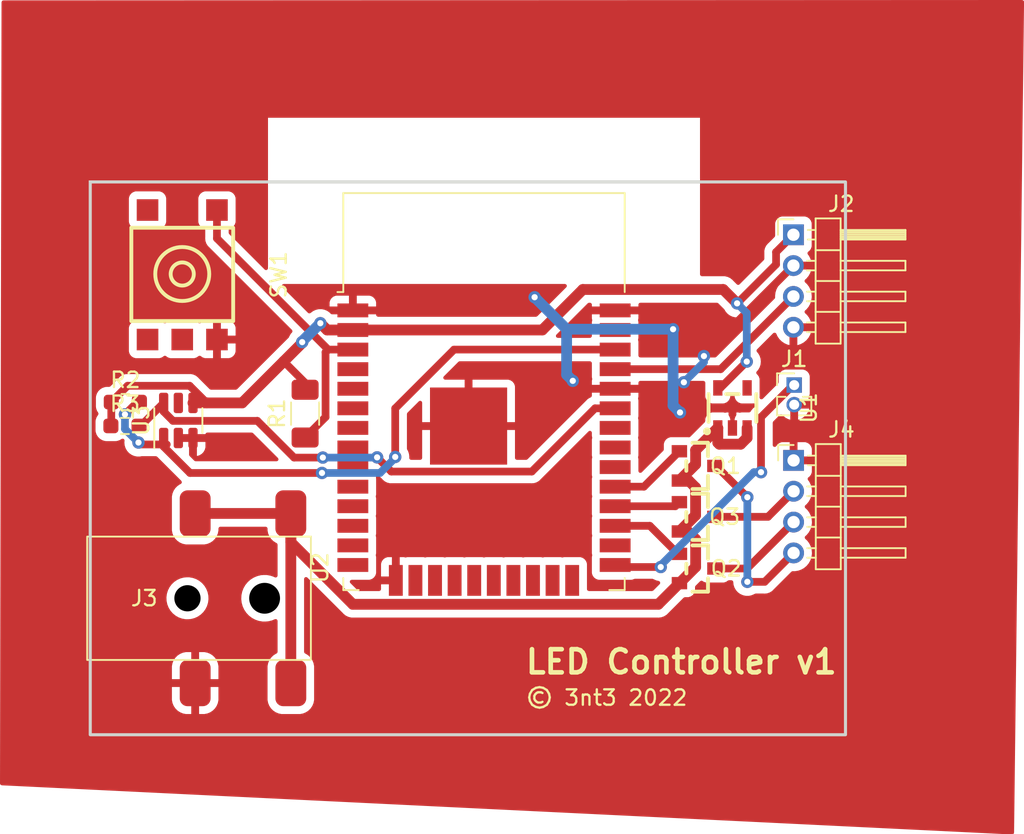
<source format=kicad_pcb>
(kicad_pcb (version 20211014) (generator pcbnew)
  (layers (0 "F.Cu" signal) (31 "B.Cu" signal) (34 "B.Paste" user) (35 "F.Paste" user) (36 "B.SilkS" user "B.Silkscreen") (37 "F.SilkS" user "F.Silkscreen") (38 "B.Mask" user) (39 "F.Mask" user) (44 "Edge.Cuts" user))
  (net 0 "")
  (net 1 "GND")
  (net 2 "+5V")
  (net 3 "Net-(J4-Pad2)")
  (net 4 "Net-(J4-Pad3)")
  (net 5 "Net-(J4-Pad4)")
  (net 6 "EN")
  (net 7 "+3V3")
  (net 26 "RED_CHANNEL")
  (net 28 "IO0{slash}BOOT")
  (net 30 "GREEN_CHANNEL")
  (net 31 "BLUE_CHANNEL")
  (net 35 "TX")
  (net 36 "SDA")
  (net 39 "SCL")
  (footprint "easyeda2kicad:SOT-23-5_L3.0-W1.7-P0.95-LS2.8-BR" (layer "F.Cu") (at 142.7988 97.2312 -90)
    (fp_text reference "U1" (at 0 -4.95 90) (layer "F.SilkS"))
    (fp_text value "SPX3819M5-L-3-3_TR")
    (fp_line (start -0.9 1.55) (end 0.9 1.55) (layer "F.SilkS") (width 0.25))
    (fp_line (start -0.9 0.4) (end -0.9 -0.4) (layer "F.SilkS") (width 0.25))
    (fp_line (start -0.9 -1.55) (end 0.9 -1.55) (layer "F.SilkS") (width 0.25))
    (fp_circle (center 1.52 1.65) (end 1.65 1.65) (layer "F.SilkS") (width 0.25) (fill none))
    (pad "1" smd rect locked (at 1.3 0.95 270) (size 1 0.6) (layers "F.Cu" "F.Paste" "F.Mask") (net 2 "+5V"))
    (pad "2" smd rect locked (at 1.3 0 270) (size 1 0.6) (layers "F.Cu" "F.Paste" "F.Mask") (net 1 "GND"))
    (pad "3" smd rect locked (at 1.3 -0.95 270) (size 1 0.6) (layers "F.Cu" "F.Paste" "F.Mask") (net 2 "+5V"))
    (pad "4" smd rect locked (at -1.3 -0.95 270) (size 1 0.6) (layers "F.Cu" "F.Paste" "F.Mask"))
    (pad "5" smd rect locked (at -1.3 0.95 270) (size 1 0.6) (layers "F.Cu" "F.Paste" "F.Mask") (net 7 "+3V3"))
  )
  (footprint "RF_Module:ESP32-WROOM-32" (layer "F.Cu") (at 126.6952 99.1616)
    (fp_text reference "U2" (at -10.61 8.43 90) (layer "F.SilkS"))
    (fp_text value "ESP32-WROOM-32")
    (fp_line (start -9.12 9.1) (end -9.12 9.88) (layer "F.SilkS") (width 0.12))
    (fp_line (start 9.12 9.1) (end 9.12 9.88) (layer "F.SilkS") (width 0.12))
    (fp_line (start -9.12 -15.865) (end -9.12 -9.445) (layer "F.SilkS") (width 0.12))
    (fp_line (start -9.12 -9.445) (end -9.5 -9.445) (layer "F.SilkS") (width 0.12))
    (fp_line (start -9.12 9.88) (end -8.12 9.88) (layer "F.SilkS") (width 0.12))
    (fp_line (start 9.12 -15.865) (end 9.12 -9.445) (layer "F.SilkS") (width 0.12))
    (fp_line (start 9.12 9.88) (end 8.12 9.88) (layer "F.SilkS") (width 0.12))
    (fp_line (start -9.12 -15.865) (end 9.12 -15.865) (layer "F.SilkS") (width 0.12))
    (pad "1" smd rect (at -8.5 -8.255) (size 2 0.9) (layers "F.Cu" "F.Paste" "F.Mask") (net 1 "GND"))
    (pad "2" smd rect (at -8.5 -6.985) (size 2 0.9) (layers "F.Cu" "F.Paste" "F.Mask") (net 7 "+3V3"))
    (pad "3" smd rect (at -8.5 -5.715) (size 2 0.9) (layers "F.Cu" "F.Paste" "F.Mask") (net 6 "EN"))
    (pad "4" smd rect (at -8.5 -4.445) (size 2 0.9) (layers "F.Cu" "F.Paste" "F.Mask"))
    (pad "5" smd rect (at -8.5 -3.175) (size 2 0.9) (layers "F.Cu" "F.Paste" "F.Mask"))
    (pad "6" smd rect (at -8.5 -1.905) (size 2 0.9) (layers "F.Cu" "F.Paste" "F.Mask"))
    (pad "7" smd rect (at -8.5 -0.635) (size 2 0.9) (layers "F.Cu" "F.Paste" "F.Mask"))
    (pad "8" smd rect (at -8.5 0.635) (size 2 0.9) (layers "F.Cu" "F.Paste" "F.Mask"))
    (pad "9" smd rect (at -8.5 1.905) (size 2 0.9) (layers "F.Cu" "F.Paste" "F.Mask"))
    (pad "10" smd rect (at -8.5 3.175) (size 2 0.9) (layers "F.Cu" "F.Paste" "F.Mask"))
    (pad "11" smd rect (at -8.5 4.445) (size 2 0.9) (layers "F.Cu" "F.Paste" "F.Mask"))
    (pad "12" smd rect (at -8.5 5.715) (size 2 0.9) (layers "F.Cu" "F.Paste" "F.Mask"))
    (pad "13" smd rect (at -8.5 6.985) (size 2 0.9) (layers "F.Cu" "F.Paste" "F.Mask"))
    (pad "14" smd rect (at -8.5 8.255) (size 2 0.9) (layers "F.Cu" "F.Paste" "F.Mask"))
    (pad "15" smd rect (at -5.715 9.255 90) (size 2 0.9) (layers "F.Cu" "F.Paste" "F.Mask") (net 1 "GND"))
    (pad "16" smd rect (at -4.445 9.255 90) (size 2 0.9) (layers "F.Cu" "F.Paste" "F.Mask"))
    (pad "17" smd rect (at -3.175 9.255 90) (size 2 0.9) (layers "F.Cu" "F.Paste" "F.Mask"))
    (pad "18" smd rect (at -1.905 9.255 90) (size 2 0.9) (layers "F.Cu" "F.Paste" "F.Mask"))
    (pad "19" smd rect (at -0.635 9.255 90) (size 2 0.9) (layers "F.Cu" "F.Paste" "F.Mask"))
    (pad "20" smd rect (at 0.635 9.255 90) (size 2 0.9) (layers "F.Cu" "F.Paste" "F.Mask"))
    (pad "21" smd rect (at 1.905 9.255 90) (size 2 0.9) (layers "F.Cu" "F.Paste" "F.Mask"))
    (pad "22" smd rect (at 3.175 9.255 90) (size 2 0.9) (layers "F.Cu" "F.Paste" "F.Mask"))
    (pad "23" smd rect (at 4.445 9.255 90) (size 2 0.9) (layers "F.Cu" "F.Paste" "F.Mask"))
    (pad "24" smd rect (at 5.715 9.255 90) (size 2 0.9) (layers "F.Cu" "F.Paste" "F.Mask"))
    (pad "25" smd rect (at 8.5 8.255) (size 2 0.9) (layers "F.Cu" "F.Paste" "F.Mask") (net 28 "IO0{slash}BOOT"))
    (pad "26" smd rect (at 8.5 6.985) (size 2 0.9) (layers "F.Cu" "F.Paste" "F.Mask"))
    (pad "27" smd rect (at 8.5 5.715) (size 2 0.9) (layers "F.Cu" "F.Paste" "F.Mask") (net 30 "GREEN_CHANNEL"))
    (pad "28" smd rect (at 8.5 4.445) (size 2 0.9) (layers "F.Cu" "F.Paste" "F.Mask") (net 31 "BLUE_CHANNEL"))
    (pad "29" smd rect (at 8.5 3.175) (size 2 0.9) (layers "F.Cu" "F.Paste" "F.Mask") (net 26 "RED_CHANNEL"))
    (pad "30" smd rect (at 8.5 1.905) (size 2 0.9) (layers "F.Cu" "F.Paste" "F.Mask"))
    (pad "31" smd rect (at 8.5 0.635) (size 2 0.9) (layers "F.Cu" "F.Paste" "F.Mask"))
    (pad "32" smd rect (at 8.5 -0.635) (size 2 0.9) (layers "F.Cu" "F.Paste" "F.Mask"))
    (pad "33" smd rect (at 8.5 -1.905) (size 2 0.9) (layers "F.Cu" "F.Paste" "F.Mask") (net 36 "SDA"))
    (pad "34" smd rect (at 8.5 -3.175) (size 2 0.9) (layers "F.Cu" "F.Paste" "F.Mask") (net 1 "GND"))
    (pad "35" smd rect (at 8.5 -4.445) (size 2 0.9) (layers "F.Cu" "F.Paste" "F.Mask") (net 35 "TX"))
    (pad "36" smd rect (at 8.5 -5.715) (size 2 0.9) (layers "F.Cu" "F.Paste" "F.Mask") (net 39 "SCL"))
    (pad "37" smd rect (at 8.5 -6.985) (size 2 0.9) (layers "F.Cu" "F.Paste" "F.Mask"))
    (pad "38" smd rect (at 8.5 -8.255) (size 2 0.9) (layers "F.Cu" "F.Paste" "F.Mask") (net 1 "GND"))
    (pad "39" smd rect (at -1 -0.755) (size 5 5) (layers "F.Cu" "F.Paste" "F.Mask") (net 1 "GND"))
    (zone (net 0) (net_name "") (layers *.Cu) (connect_pads (clearance 0)) (min_thickness 0.254)
      (keepout (tracks not_allowed) (vias not_allowed) (pads not_allowed) (copperpour not_allowed) (footprints not_allowed))
      (fill (thermal_gap 0.508) (thermal_bridge_width 0.508))
      (polygon (pts (xy 112.6952 89.1916) (xy 140.6952 89.1916) (xy 140.6952 78.4116) (xy 112.6952 78.4116)))
    )
  )
  (footprint "easyeda2kicad:SOT-23_L2.9-W1.3-P1.90-LS2.4-BR" (layer "F.Cu") (at 140.5096 104.2924 180)
    (fp_text reference "Q3" (at -1.7812 0) (layer "F.SilkS"))
    (fp_text value "ME2306A")
    (fp_line (start -0.7 1.5) (end 0.3 1.5) (layer "F.SilkS") (width 0.25))
    (fp_line (start -0.7 -1.5) (end 0.3 -1.5) (layer "F.SilkS") (width 0.25))
    (fp_line (start -0.7 1.5) (end -0.7 0.63) (layer "F.SilkS") (width 0.25))
    (fp_line (start 0.7 0.31) (end 0.7 -0.32) (layer "F.SilkS") (width 0.25))
    (fp_line (start -0.7 -0.64) (end -0.7 -1.5) (layer "F.SilkS") (width 0.25))
    (pad "1" smd rect locked (at 1.15 0.95) (size 1 0.8) (layers "F.Cu" "F.Paste" "F.Mask") (net 31 "BLUE_CHANNEL"))
    (pad "2" smd rect locked (at 1.15 -0.95) (size 1 0.8) (layers "F.Cu" "F.Paste" "F.Mask") (net 2 "+5V"))
    (pad "3" smd rect locked (at -1.15 0) (size 1 0.8) (layers "F.Cu" "F.Paste" "F.Mask") (net 3 "Net-(J4-Pad2)"))
  )
  (footprint "easyeda2kicad:KEY-SMD_4P-L6.2-W6.5-P4.50-LS8.0_SKHMXX" (layer "F.Cu") (at 107.1372 88.5952 -90)
    (fp_text reference "SW1" (at 0 -6.25 90) (layer "F.SilkS"))
    (fp_text value "SW_Push")
    (fp_line (start -3.05 3.3) (end -3.05 -3.3) (layer "F.SilkS") (width 0.25))
    (fp_line (start 3 -3.3) (end 3 3.3) (layer "F.SilkS") (width 0.25))
    (fp_line (start 3 3.3) (end -3.05 3.3) (layer "F.SilkS") (width 0.25))
    (fp_line (start -3 -3.3) (end 3 -3.3) (layer "F.SilkS") (width 0.25))
    (fp_circle (center -0.05 0) (end 0.7 0) (layer "F.SilkS") (width 0.25) (fill none))
    (fp_circle (center -0.05 0) (end 1.7 0) (layer "F.SilkS") (width 0.25) (fill none))
    (pad "1" smd rect locked (at -4.2 -2.25 270) (size 1.4 1.4) (layers "F.Cu" "F.Paste" "F.Mask") (net 6 "EN"))
    (pad "2" smd rect locked (at 4.2 -2.25 270) (size 1.4 1.4) (layers "F.Cu" "F.Paste" "F.Mask") (net 1 "GND"))
    (pad "3" smd rect locked (at -4.2 2.25 270) (size 1.4 1.4) (layers "F.Cu" "F.Paste" "F.Mask"))
    (pad "4" smd rect locked (at 4.2 2.25 270) (size 1.4 1.4) (layers "F.Cu" "F.Paste" "F.Mask"))
    (pad "5" smd rect locked (at 4.2 0 270) (size 1.4 1.4) (layers "F.Cu" "F.Paste" "F.Mask"))
  )
  (footprint "Connector_PinHeader_2.00mm:PinHeader_1x04_P2.00mm_Horizontal" (layer "F.Cu") (at 146.7612 100.6348)
    (fp_text reference "J4" (at 3.1 -2) (layer "F.SilkS"))
    (fp_text value "Conn_01x04_Male")
    (fp_line (start 3.06 -0.01) (end 7.26 -0.01) (layer "F.SilkS") (width 0.12))
    (fp_line (start 3.06 0.23) (end 7.26 0.23) (layer "F.SilkS") (width 0.12))
    (fp_line (start 3.06 -0.25) (end 7.26 -0.25) (layer "F.SilkS") (width 0.12))
    (fp_line (start 3.06 -0.31) (end 7.26 -0.31) (layer "F.SilkS") (width 0.12))
    (fp_line (start 0.882114 6.31) (end 1.44 6.31) (layer "F.SilkS") (width 0.12))
    (fp_line (start 3.06 -1.06) (end 1.44 -1.06) (layer "F.SilkS") (width 0.12))
    (fp_line (start 1.44 5) (end 3.06 5) (layer "F.SilkS") (width 0.12))
    (fp_line (start 0.882114 2.31) (end 1.44 2.31) (layer "F.SilkS") (width 0.12))
    (fp_line (start 7.26 4.31) (end 3.06 4.31) (layer "F.SilkS") (width 0.12))
    (fp_line (start -1 0) (end -1 -1) (layer "F.SilkS") (width 0.12))
    (fp_line (start 7.26 0.31) (end 3.06 0.31) (layer "F.SilkS") (width 0.12))
    (fp_line (start 7.26 5.69) (end 7.26 6.31) (layer "F.SilkS") (width 0.12))
    (fp_line (start 0.882114 5.69) (end 1.44 5.69) (layer "F.SilkS") (width 0.12))
    (fp_line (start 3.06 7.06) (end 3.06 -1.06) (layer "F.SilkS") (width 0.12))
    (fp_line (start 3.06 0.11) (end 7.26 0.11) (layer "F.SilkS") (width 0.12))
    (fp_line (start 1.44 -1.06) (end 1.44 7.06) (layer "F.SilkS") (width 0.12))
    (fp_line (start 3.06 -0.13) (end 7.26 -0.13) (layer "F.SilkS") (width 0.12))
    (fp_line (start 7.26 -0.31) (end 7.26 0.31) (layer "F.SilkS") (width 0.12))
    (fp_line (start 0.882114 1.69) (end 1.44 1.69) (layer "F.SilkS") (width 0.12))
    (fp_line (start 0.882114 4.31) (end 1.44 4.31) (layer "F.SilkS") (width 0.12))
    (fp_line (start 1.44 7.06) (end 3.06 7.06) (layer "F.SilkS") (width 0.12))
    (fp_line (start 1.44 1) (end 3.06 1) (layer "F.SilkS") (width 0.12))
    (fp_line (start 3.06 5.69) (end 7.26 5.69) (layer "F.SilkS") (width 0.12))
    (fp_line (start 0.882114 3.69) (end 1.44 3.69) (layer "F.SilkS") (width 0.12))
    (fp_line (start 3.06 3.69) (end 7.26 3.69) (layer "F.SilkS") (width 0.12))
    (fp_line (start 0.935 -0.31) (end 1.44 -0.31) (layer "F.SilkS") (width 0.12))
    (fp_line (start 0.935 0.31) (end 1.44 0.31) (layer "F.SilkS") (width 0.12))
    (fp_line (start 3.06 1.69) (end 7.26 1.69) (layer "F.SilkS") (width 0.12))
    (fp_line (start -1 -1) (end 0 -1) (layer "F.SilkS") (width 0.12))
    (fp_line (start 7.26 1.69) (end 7.26 2.31) (layer "F.SilkS") (width 0.12))
    (fp_line (start 7.26 6.31) (end 3.06 6.31) (layer "F.SilkS") (width 0.12))
    (fp_line (start 7.26 2.31) (end 3.06 2.31) (layer "F.SilkS") (width 0.12))
    (fp_line (start 1.44 3) (end 3.06 3) (layer "F.SilkS") (width 0.12))
    (fp_line (start 7.26 3.69) (end 7.26 4.31) (layer "F.SilkS") (width 0.12))
    (pad "1" thru_hole rect (at 0 0) (size 1.35 1.35) (drill 0.8) (layers *.Cu *.Mask) (net 1 "GND"))
    (pad "2" thru_hole oval (at 0 2) (size 1.35 1.35) (drill 0.8) (layers *.Cu *.Mask) (net 3 "Net-(J4-Pad2)"))
    (pad "3" thru_hole oval (at 0 4) (size 1.35 1.35) (drill 0.8) (layers *.Cu *.Mask) (net 4 "Net-(J4-Pad3)"))
    (pad "4" thru_hole oval (at 0 6) (size 1.35 1.35) (drill 0.8) (layers *.Cu *.Mask) (net 5 "Net-(J4-Pad4)"))
  )
  (footprint "Resistor_SMD:R_0603_1608Metric_Pad0.98x0.95mm_HandSolder" (layer "F.Cu") (at 103.425 98.4)
    (fp_text reference "R3" (at 0 -1.43) (layer "F.SilkS"))
    (fp_text value "5K1")
    (fp_line (start -0.254724 -0.5225) (end 0.254724 -0.5225) (layer "F.SilkS") (width 0.12))
    (fp_line (start -0.254724 0.5225) (end 0.254724 0.5225) (layer "F.SilkS") (width 0.12))
    (pad "1" smd roundrect (at -0.9125 0) (size 0.975 0.95) (layers "F.Cu" "F.Paste" "F.Mask") (net 7 "+3V3"))
    (pad "2" smd roundrect (at 0.9125 0) (size 0.975 0.95) (layers "F.Cu" "F.Paste" "F.Mask") (net 36 "SDA"))
  )
  (footprint "easyeda2kicad:SOT-23_L2.9-W1.3-P1.90-LS2.4-BR" (layer "F.Cu") (at 140.5128 107.6452 180)
    (fp_text reference "Q2" (at -1.8796 0) (layer "F.SilkS"))
    (fp_text value "ME2306A")
    (fp_line (start -0.7 -1.5) (end 0.3 -1.5) (layer "F.SilkS") (width 0.25))
    (fp_line (start 0.7 0.31) (end 0.7 -0.32) (layer "F.SilkS") (width 0.25))
    (fp_line (start -0.7 1.5) (end 0.3 1.5) (layer "F.SilkS") (width 0.25))
    (fp_line (start -0.7 1.5) (end -0.7 0.63) (layer "F.SilkS") (width 0.25))
    (fp_line (start -0.7 -0.64) (end -0.7 -1.5) (layer "F.SilkS") (width 0.25))
    (pad "1" smd rect locked (at 1.15 0.95) (size 1 0.8) (layers "F.Cu" "F.Paste" "F.Mask") (net 30 "GREEN_CHANNEL"))
    (pad "2" smd rect locked (at 1.15 -0.95) (size 1 0.8) (layers "F.Cu" "F.Paste" "F.Mask") (net 2 "+5V"))
    (pad "3" smd rect locked (at -1.15 0) (size 1 0.8) (layers "F.Cu" "F.Paste" "F.Mask") (net 4 "Net-(J4-Pad3)"))
  )
  (footprint "Library:DEALON DC-S050-200" (layer "F.Cu") (at 107.975 109.575)
    (fp_text reference "J3" (at -3.3 0 unlocked) (layer "F.SilkS"))
    (fp_text value "Barrel_Jack")
    (fp_rect (start 7.5 -4) (end -7 4) (layer "F.SilkS") (width 0.12) (fill none))
    (pad "" np_thru_hole circle (at -0.5 0) (size 1.7 1.7) (drill 1.7) (layers *.Mask))
    (pad "" np_thru_hole circle (at 4.5 0) (size 2 2) (drill 2) (layers *.Mask))
    (pad "1" smd roundrect (at 0 5.5) (size 2 3) (layers "F.Cu" "F.Paste" "F.Mask") (net 1 "GND"))
    (pad "2" smd roundrect (at 6.2 5.5) (size 2 3) (layers "F.Cu" "F.Paste" "F.Mask") (net 2 "+5V"))
    (pad "2" smd roundrect (at 6.2 -5.5) (size 2 3) (layers "F.Cu" "F.Paste" "F.Mask") (net 2 "+5V"))
    (pad "2" smd roundrect (at 0 -5.5) (size 2 3) (layers "F.Cu" "F.Paste" "F.Mask") (net 2 "+5V"))
  )
  (footprint "easyeda2kicad:SOT-23_L2.9-W1.3-P1.90-LS2.4-BR" (layer "F.Cu") (at 140.5096 100.9904 180)
    (fp_text reference "Q1" (at -1.832 0) (layer "F.SilkS"))
    (fp_text value "ME2306A")
    (fp_line (start 0.7 0.31) (end 0.7 -0.32) (layer "F.SilkS") (width 0.25))
    (fp_line (start -0.7 1.5) (end -0.7 0.63) (layer "F.SilkS") (width 0.25))
    (fp_line (start -0.7 -0.64) (end -0.7 -1.5) (layer "F.SilkS") (width 0.25))
    (fp_line (start -0.7 -1.5) (end 0.3 -1.5) (layer "F.SilkS") (width 0.25))
    (fp_line (start -0.7 1.5) (end 0.3 1.5) (layer "F.SilkS") (width 0.25))
    (pad "1" smd rect locked (at 1.15 0.95) (size 1 0.8) (layers "F.Cu" "F.Paste" "F.Mask") (net 26 "RED_CHANNEL"))
    (pad "2" smd rect locked (at 1.15 -0.95) (size 1 0.8) (layers "F.Cu" "F.Paste" "F.Mask") (net 2 "+5V"))
    (pad "3" smd rect locked (at -1.15 0) (size 1 0.8) (layers "F.Cu" "F.Paste" "F.Mask") (net 5 "Net-(J4-Pad4)"))
  )
  (footprint "Resistor_SMD:R_1206_3216Metric_Pad1.30x1.75mm_HandSolder" (layer "F.Cu") (at 115.1 97.6 90)
    (fp_text reference "R1" (at 0 -1.82 90) (layer "F.SilkS"))
    (fp_text value "5.1k")
    (fp_line (start -0.727064 -0.91) (end 0.727064 -0.91) (layer "F.SilkS") (width 0.12))
    (fp_line (start -0.727064 0.91) (end 0.727064 0.91) (layer "F.SilkS") (width 0.12))
    (pad "1" smd roundrect (at -1.55 0 90) (size 1.3 1.75) (layers "F.Cu" "F.Paste" "F.Mask") (roundrect_rratio 0.192308) (net 6 "EN"))
    (pad "2" smd roundrect (at 1.55 0 90) (size 1.3 1.75) (layers "F.Cu" "F.Paste" "F.Mask") (roundrect_rratio 0.192308) (net 7 "+3V3"))
  )
  (footprint "Resistor_SMD:R_0603_1608Metric_Pad0.98x0.95mm_HandSolder" (layer "F.Cu") (at 103.45 96.85)
    (fp_text reference "R2" (at 0 -1.43) (layer "F.SilkS"))
    (fp_text value "5K1")
    (fp_line (start -0.254724 -0.5225) (end 0.254724 -0.5225) (layer "F.SilkS") (width 0.12))
    (fp_line (start -0.254724 0.5225) (end 0.254724 0.5225) (layer "F.SilkS") (width 0.12))
    (pad "1" smd roundrect (at -0.9125 0) (size 0.975 0.95) (layers "F.Cu" "F.Paste" "F.Mask") (net 7 "+3V3"))
    (pad "2" smd roundrect (at 0.9125 0) (size 0.975 0.95) (layers "F.Cu" "F.Paste" "F.Mask") (net 39 "SCL"))
  )
  (footprint "Connector_PinHeader_1.27mm:PinHeader_1x02_P1.27mm_Vertical" (layer "F.Cu") (at 146.8 95.75)
    (fp_text reference "J1" (at 0 -1.695) (layer "F.SilkS"))
    (fp_text value "Conn_01x02_Female")
    (fp_line (start -1.11 0.76) (end -0.563471 0.76) (layer "F.SilkS") (width 0.12))
    (fp_line (start -1.11 -0.76) (end 0 -0.76) (layer "F.SilkS") (width 0.12))
    (fp_line (start -1.11 0.76) (end -1.11 1.965) (layer "F.SilkS") (width 0.12))
    (fp_line (start 1.11 0.76) (end 1.11 1.965) (layer "F.SilkS") (width 0.12))
    (fp_line (start -1.11 1.965) (end -0.30753 1.965) (layer "F.SilkS") (width 0.12))
    (fp_line (start 0.563471 0.76) (end 1.11 0.76) (layer "F.SilkS") (width 0.12))
    (fp_line (start 0.30753 1.965) (end 1.11 1.965) (layer "F.SilkS") (width 0.12))
    (fp_line (start -1.11 0) (end -1.11 -0.76) (layer "F.SilkS") (width 0.12))
    (pad "1" thru_hole rect (at 0 0) (size 1 1) (drill 0.65) (layers *.Cu *.Mask) (net 28 "IO0{slash}BOOT"))
    (pad "2" thru_hole oval (at 0 1.27) (size 1 1) (drill 0.65) (layers *.Cu *.Mask) (net 1 "GND"))
  )
  (footprint "Package_TO_SOT_SMD:SOT-23-6" (layer "F.Cu") (at 106.8832 98.044 90)
    (fp_text reference "U3" (at 0 -2.4 90) (layer "F.SilkS"))
    (fp_text value "TMP100")
    (fp_line (start 0 1.56) (end -0.8 1.56) (layer "F.SilkS") (width 0.12))
    (fp_line (start 0 -1.56) (end 0.8 -1.56) (layer "F.SilkS") (width 0.12))
    (fp_line (start 0 1.56) (end 0.8 1.56) (layer "F.SilkS") (width 0.12))
    (fp_line (start 0 -1.56) (end -1.8 -1.56) (layer "F.SilkS") (width 0.12))
    (pad "1" smd roundrect (at -1.1375 -0.95 90) (size 1.325 0.6) (layers "F.Cu" "F.Paste" "F.Mask") (net 39 "SCL"))
    (pad "2" smd roundrect (at -1.1375 0 90) (size 1.325 0.6) (layers "F.Cu" "F.Paste" "F.Mask") (net 1 "GND"))
    (pad "3" smd roundrect (at -1.1375 0.95 90) (size 1.325 0.6) (layers "F.Cu" "F.Paste" "F.Mask") (net 1 "GND"))
    (pad "4" smd roundrect (at 1.1375 0.95 90) (size 1.325 0.6) (layers "F.Cu" "F.Paste" "F.Mask") (net 7 "+3V3"))
    (pad "5" smd roundrect (at 1.1375 0 90) (size 1.325 0.6) (layers "F.Cu" "F.Paste" "F.Mask") (net 1 "GND"))
    (pad "6" smd roundrect (at 1.1375 -0.95 90) (size 1.325 0.6) (layers "F.Cu" "F.Paste" "F.Mask") (net 36 "SDA"))
  )
  (footprint "Connector_PinHeader_2.00mm:PinHeader_1x04_P2.00mm_Horizontal" (layer "F.Cu") (at 146.75 86)
    (fp_text reference "J2" (at 3.1 -2) (layer "F.SilkS"))
    (fp_text value "Conn_01x04_Female")
    (fp_line (start 1.44 7.06) (end 3.06 7.06) (layer "F.SilkS") (width 0.12))
    (fp_line (start 0.935 0.31) (end 1.44 0.31) (layer "F.SilkS") (width 0.12))
    (fp_line (start 0.882114 6.31) (end 1.44 6.31) (layer "F.SilkS") (width 0.12))
    (fp_line (start 3.06 -1.06) (end 1.44 -1.06) (layer "F.SilkS") (width 0.12))
    (fp_line (start 1.44 3) (end 3.06 3) (layer "F.SilkS") (width 0.12))
    (fp_line (start -1 0) (end -1 -1) (layer "F.SilkS") (width 0.12))
    (fp_line (start 7.26 1.69) (end 7.26 2.31) (layer "F.SilkS") (width 0.12))
    (fp_line (start 3.06 3.69) (end 7.26 3.69) (layer "F.SilkS") (width 0.12))
    (fp_line (start 7.26 2.31) (end 3.06 2.31) (layer "F.SilkS") (width 0.12))
    (fp_line (start 0.935 -0.31) (end 1.44 -0.31) (layer "F.SilkS") (width 0.12))
    (fp_line (start 0.882114 4.31) (end 1.44 4.31) (layer "F.SilkS") (width 0.12))
    (fp_line (start 3.06 -0.31) (end 7.26 -0.31) (layer "F.SilkS") (width 0.12))
    (fp_line (start 7.26 4.31) (end 3.06 4.31) (layer "F.SilkS") (width 0.12))
    (fp_line (start 7.26 6.31) (end 3.06 6.31) (layer "F.SilkS") (width 0.12))
    (fp_line (start 3.06 -0.13) (end 7.26 -0.13) (layer "F.SilkS") (width 0.12))
    (fp_line (start 7.26 0.31) (end 3.06 0.31) (layer "F.SilkS") (width 0.12))
    (fp_line (start 1.44 -1.06) (end 1.44 7.06) (layer "F.SilkS") (width 0.12))
    (fp_line (start 3.06 5.69) (end 7.26 5.69) (layer "F.SilkS") (width 0.12))
    (fp_line (start 3.06 7.06) (end 3.06 -1.06) (layer "F.SilkS") (width 0.12))
    (fp_line (start 3.06 -0.25) (end 7.26 -0.25) (layer "F.SilkS") (width 0.12))
    (fp_line (start 7.26 -0.31) (end 7.26 0.31) (layer "F.SilkS") (width 0.12))
    (fp_line (start -1 -1) (end 0 -1) (layer "F.SilkS") (width 0.12))
    (fp_line (start 3.06 -0.01) (end 7.26 -0.01) (layer "F.SilkS") (width 0.12))
    (fp_line (start 3.06 1.69) (end 7.26 1.69) (layer "F.SilkS") (width 0.12))
    (fp_line (start 7.26 3.69) (end 7.26 4.31) (layer "F.SilkS") (width 0.12))
    (fp_line (start 0.882114 5.69) (end 1.44 5.69) (layer "F.SilkS") (width 0.12))
    (fp_line (start 0.882114 1.69) (end 1.44 1.69) (layer "F.SilkS") (width 0.12))
    (fp_line (start 3.06 0.23) (end 7.26 0.23) (layer "F.SilkS") (width 0.12))
    (fp_line (start 7.26 5.69) (end 7.26 6.31) (layer "F.SilkS") (width 0.12))
    (fp_line (start 0.882114 3.69) (end 1.44 3.69) (layer "F.SilkS") (width 0.12))
    (fp_line (start 3.06 0.11) (end 7.26 0.11) (layer "F.SilkS") (width 0.12))
    (fp_line (start 1.44 5) (end 3.06 5) (layer "F.SilkS") (width 0.12))
    (fp_line (start 0.882114 2.31) (end 1.44 2.31) (layer "F.SilkS") (width 0.12))
    (fp_line (start 1.44 1) (end 3.06 1) (layer "F.SilkS") (width 0.12))
    (pad "1" thru_hole rect (at 0 0) (size 1.35 1.35) (drill 0.8) (layers *.Cu *.Mask) (net 7 "+3V3"))
    (pad "2" thru_hole oval (at 0 2) (size 1.35 1.35) (drill 0.8) (layers *.Cu *.Mask) (net 1 "GND"))
    (pad "3" thru_hole oval (at 0 4) (size 1.35 1.35) (drill 0.8) (layers *.Cu *.Mask) (net 35 "TX"))
    (pad "4" thru_hole oval (at 0 6) (size 1.35 1.35) (drill 0.8) (layers *.Cu *.Mask) (net 1 "GND"))
  )
  (gr_rect (start 101.175 82.575) (end 150.125 118.425) (layer "Edge.Cuts") (width 0.2) (fill none))
  (gr_text "LED Controller v1" (at 129.25 113.7) (layer "F.SilkS") (effects (font (size 1.5 1.5) (thickness 0.3)) (justify left)))
  (gr_text "© 3nt3 2022" (at 134.65 116.025) (layer "F.SilkS") (effects (font (size 1 1))))
  (segment (start 139.2295 95.9866) (end 135.1952 95.9866) (width 0.5) (layer "F.Cu") (net 1))
  (segment (start 139.65 95.5661) (end 139.2295 95.9866) (width 0.5) (layer "F.Cu") (net 1))
  (segment (start 146.75 88) (end 140.95 93.8) (width 0.5) (layer "F.Cu") (net 1))
  (segment (start 140.95 93.8) (end 140.95 93.8671) (width 0.5) (layer "F.Cu") (net 1))
  (via (at 140.95 93.8671) (size 0.8) (drill 0.4) (layers "F.Cu" "B.Cu") (net 1))
  (via (at 139.65 95.5661) (size 0.8) (drill 0.4) (layers "F.Cu" "B.Cu") (net 1))
  (via (at 138.95 92.125) (size 0.8) (drill 0.4) (layers "F.Cu" "B.Cu") (net 1))
  (via (at 129.975 90.05) (size 0.8) (drill 0.4) (layers "F.Cu" "B.Cu") (net 1))
  (via (at 132.45 95.475) (size 0.8) (drill 0.4) (layers "F.Cu" "B.Cu") (net 1))
  (via (at 139.4 97.525) (size 0.8) (drill 0.4) (layers "F.Cu" "B.Cu") (net 1))
  (segment (start 140.95 94.2661) (end 139.65 95.5661) (width 0.5) (layer "B.Cu") (net 1))
  (segment (start 138.95 97.075) (end 139.4 97.525) (width 0.7) (layer "B.Cu") (net 1))
  (segment (start 129.975 90.05) (end 132.05 92.125) (width 0.7) (layer "B.Cu") (net 1))
  (segment (start 132.05 92.125) (end 138.95 92.125) (width 0.7) (layer "B.Cu") (net 1))
  (segment (start 140.95 93.8671) (end 140.95 94.2661) (width 0.5) (layer "B.Cu") (net 1))
  (segment (start 132.05 92.125) (end 132.05 95.075) (width 0.7) (layer "B.Cu") (net 1))
  (segment (start 138.95 92.125) (end 138.95 97.075) (width 0.7) (layer "B.Cu") (net 1))
  (segment (start 132.05 95.075) (end 132.45 95.475) (width 0.7) (layer "B.Cu") (net 1))
  (segment (start 114.175 105.9464) (end 118.1952 109.9666) (width 0.7) (layer "F.Cu") (net 2))
  (segment (start 140.4096 102.3924) (end 140.4096 104.1924) (width 0.7) (layer "F.Cu") (net 2))
  (segment (start 140.4128 105.7452) (end 140.4128 107.5452) (width 0.7) (layer "F.Cu") (net 2))
  (segment (start 139.3596 105.2424) (end 139.91 105.2424) (width 0.7) (layer "F.Cu") (net 2))
  (segment (start 139.91 105.2424) (end 140.4128 105.7452) (width 0.7) (layer "F.Cu") (net 2))
  (segment (start 141.9488 99.5812) (end 143.331 99.5812) (width 0.7) (layer "F.Cu") (net 2))
  (segment (start 114.175 115.075) (end 114.175 104.075) (width 0.7) (layer "F.Cu") (net 2))
  (segment (start 114.175 104.075) (end 114.175 105.9464) (width 0.7) (layer "F.Cu") (net 2))
  (segment (start 139.3596 101.9404) (end 139.9576 101.9404) (width 0.7) (layer "F.Cu") (net 2))
  (segment (start 139.3596 101.9404) (end 140.4112 100.8888) (width 0.7) (layer "F.Cu") (net 2))
  (segment (start 143.331 99.5812) (end 143.7488 99.1634) (width 0.7) (layer "F.Cu") (net 2))
  (segment (start 140.4128 107.5452) (end 139.3628 108.5952) (width 0.7) (layer "F.Cu") (net 2))
  (segment (start 139.9576 101.9404) (end 140.4096 102.3924) (width 0.7) (layer "F.Cu") (net 2))
  (segment (start 140.4112 99.9688) (end 141.8488 98.5312) (width 0.7) (layer "F.Cu") (net 2))
  (segment (start 141.8488 99.4812) (end 141.9488 99.5812) (width 0.7) (layer "F.Cu") (net 2))
  (segment (start 140.4096 104.1924) (end 139.3596 105.2424) (width 0.7) (layer "F.Cu") (net 2))
  (segment (start 140.4112 100.8888) (end 140.4112 99.9688) (width 0.7) (layer "F.Cu") (net 2))
  (segment (start 137.9914 109.9666) (end 139.3628 108.5952) (width 0.7) (layer "F.Cu") (net 2))
  (segment (start 118.1952 109.9666) (end 137.9914 109.9666) (width 0.7) (layer "F.Cu") (net 2))
  (segment (start 107.975 104.075) (end 114.175 104.075) (width 0.7) (layer "F.Cu") (net 2))
  (segment (start 141.8488 98.5312) (end 141.8488 99.4812) (width 0.7) (layer "F.Cu") (net 2))
  (segment (start 143.7488 99.1634) (end 143.7488 98.5312) (width 0.7) (layer "F.Cu") (net 2))
  (segment (start 141.6596 104.2924) (end 145.1036 104.2924) (width 0.5) (layer "F.Cu") (net 3))
  (segment (start 145.1036 104.2924) (end 146.7612 102.6348) (width 0.5) (layer "F.Cu") (net 3))
  (segment (start 143.7508 107.6452) (end 146.7612 104.6348) (width 0.5) (layer "F.Cu") (net 4))
  (segment (start 141.6628 107.6452) (end 143.7508 107.6452) (width 0.5) (layer "F.Cu") (net 4))
  (segment (start 144.8872 108.5088) (end 146.7612 106.6348) (width 0.5) (layer "F.Cu") (net 5))
  (segment (start 141.732 100.9904) (end 143.764 103.0224) (width 0.5) (layer "F.Cu") (net 5))
  (segment (start 141.6596 100.9904) (end 141.732 100.9904) (width 0.5) (layer "F.Cu") (net 5))
  (segment (start 143.764 108.5088) (end 144.8872 108.5088) (width 0.5) (layer "F.Cu") (net 5))
  (via (at 143.764 108.5088) (size 0.8) (drill 0.4) (layers "F.Cu" "B.Cu") (net 5))
  (via (at 143.764 103.0224) (size 0.8) (drill 0.4) (layers "F.Cu" "B.Cu") (net 5))
  (segment (start 143.764 103.0224) (end 143.764 108.5088) (width 0.5) (layer "B.Cu") (net 5))
  (segment (start 115.1 99.15) (end 116.425 97.825) (width 0.5) (layer "F.Cu") (net 6))
  (segment (start 116.425 93.618246) (end 116.596646 93.4466) (width 0.5) (layer "F.Cu") (net 6))
  (segment (start 109.3872 86.237154) (end 116.596646 93.4466) (width 0.5) (layer "F.Cu") (net 6))
  (segment (start 109.3872 84.3952) (end 109.3872 86.237154) (width 0.5) (layer "F.Cu") (net 6))
  (segment (start 116.425 97.825) (end 116.425 93.618246) (width 0.5) (layer "F.Cu") (net 6))
  (segment (start 116.596646 93.4466) (end 118.1952 93.4466) (width 0.5) (layer "F.Cu") (net 6))
  (segment (start 114.911135 93.013265) (end 114.911135 92.962465) (width 0.7) (layer "F.Cu") (net 7))
  (segment (start 111.0179 96.9065) (end 113.7122 94.2122) (width 0.7) (layer "F.Cu") (net 7))
  (segment (start 113.7122 94.2122) (end 114.911135 93.013265) (width 0.7) (layer "F.Cu") (net 7))
  (segment (start 116.087111 91.735689) (end 116.528022 92.1766) (width 0.7) (layer "F.Cu") (net 7))
  (segment (start 102.5375 98.375) (end 102.5125 98.4) (width 0.5) (layer "F.Cu") (net 7))
  (segment (start 108.7315 96.9065) (end 111.0179 96.9065) (width 0.7) (layer "F.Cu") (net 7))
  (segment (start 102.5375 96.85) (end 102.5375 98.375) (width 0.5) (layer "F.Cu") (net 7))
  (segment (start 103.5935 95.794) (end 107.619 95.794) (width 0.5) (layer "F.Cu") (net 7))
  (segment (start 115.1 95.6) (end 113.7122 94.2122) (width 0.5) (layer "F.Cu") (net 7))
  (segment (start 115.1 96.05) (end 115.1 95.6) (width 0.5) (layer "F.Cu") (net 7))
  (segment (start 118.1952 92.1766) (end 130.4734 92.1766) (width 0.7) (layer "F.Cu") (net 7))
  (segment (start 143.099312 90.449312) (end 145.625 87.923624) (width 0.5) (layer "F.Cu") (net 7))
  (segment (start 142.020176 95.9312) (end 143.725688 94.225688) (width 0.5) (layer "F.Cu") (net 7))
  (segment (start 107.8332 96.9065) (end 108.7315 96.9065) (width 0.7) (layer "F.Cu") (net 7))
  (segment (start 141.8488 95.9312) (end 142.020176 95.9312) (width 0.5) (layer "F.Cu") (net 7))
  (segment (start 142.199312 89.549312) (end 143.099312 90.449312) (width 0.7) (layer "F.Cu") (net 7))
  (segment (start 107.619 95.794) (end 108.7315 96.9065) (width 0.5) (layer "F.Cu") (net 7))
  (segment (start 116.528022 92.1766) (end 118.1952 92.1766) (width 0.7) (layer "F.Cu") (net 7))
  (segment (start 133.100688 89.549312) (end 142.199312 89.549312) (width 0.7) (layer "F.Cu") (net 7))
  (segment (start 130.4734 92.1766) (end 133.100688 89.549312) (width 0.7) (layer "F.Cu") (net 7))
  (segment (start 145.625 87.125) (end 146.75 86) (width 0.5) (layer "F.Cu") (net 7))
  (segment (start 145.625 87.923624) (end 145.625 87.125) (width 0.5) (layer "F.Cu") (net 7))
  (segment (start 102.5375 96.85) (end 103.5935 95.794) (width 0.5) (layer "F.Cu") (net 7))
  (via (at 143.725688 94.225688) (size 0.8) (drill 0.4) (layers "F.Cu" "B.Cu") (net 7))
  (via (at 114.911135 92.962465) (size 0.8) (drill 0.4) (layers "F.Cu" "B.Cu") (net 7))
  (via (at 116.087111 91.735689) (size 0.8) (drill 0.4) (layers "F.Cu" "B.Cu") (net 7))
  (via (at 143.099312 90.449312) (size 0.8) (drill 0.4) (layers "F.Cu" "B.Cu") (net 7))
  (segment (start 114.911135 92.962465) (end 114.911135 92.911665) (width 0.7) (layer "B.Cu") (net 7))
  (segment (start 114.911135 92.911665) (end 116.087111 91.735689) (width 0.7) (layer "B.Cu") (net 7))
  (segment (start 143.725688 91.075688) (end 143.099312 90.449312) (width 0.5) (layer "B.Cu") (net 7))
  (segment (start 143.725688 94.225688) (end 143.725688 91.075688) (width 0.5) (layer "B.Cu") (net 7))
  (segment (start 135.1952 102.3366) (end 137.0634 102.3366) (width 0.5) (layer "F.Cu") (net 26))
  (segment (start 137.0634 102.3366) (end 139.3596 100.0404) (width 0.5) (layer "F.Cu") (net 26))
  (segment (start 138.15 107.55) (end 135.3286 107.55) (width 0.5) (layer "F.Cu") (net 28))
  (segment (start 146.8 95.75) (end 146.726497 95.75) (width 0.5) (layer "F.Cu") (net 28))
  (segment (start 146.726497 95.75) (end 144.65 97.826497) (width 0.5) (layer "F.Cu") (net 28))
  (segment (start 135.3286 107.55) (end 135.1952 107.4166) (width 0.5) (layer "F.Cu") (net 28))
  (segment (start 144.65 97.826497) (end 144.65 101.4) (width 0.5) (layer "F.Cu") (net 28))
  (via (at 138.15 107.55) (size 0.8) (drill 0.4) (layers "F.Cu" "B.Cu") (net 28))
  (via (at 144.65 101.4) (size 0.8) (drill 0.4) (layers "F.Cu" "B.Cu") (net 28))
  (segment (start 144.65 101.4) (end 144.184318 101.4) (width 0.5) (layer "B.Cu") (net 28))
  (segment (start 138.15 107.434318) (end 138.15 107.55) (width 0.5) (layer "B.Cu") (net 28))
  (segment (start 144.184318 101.4) (end 138.15 107.434318) (width 0.5) (layer "B.Cu") (net 28))
  (segment (start 139.3628 106.6952) (end 139.2628 106.6952) (width 0.5) (layer "F.Cu") (net 30))
  (segment (start 139.2628 106.6952) (end 137.4442 104.8766) (width 0.5) (layer "F.Cu") (net 30))
  (segment (start 137.4442 104.8766) (end 135.1952 104.8766) (width 0.5) (layer "F.Cu") (net 30))
  (segment (start 135.1952 103.6066) (end 139.0954 103.6066) (width 0.5) (layer "F.Cu") (net 31))
  (segment (start 139.0954 103.6066) (end 139.3596 103.3424) (width 0.5) (layer "F.Cu") (net 31))
  (segment (start 142.0334 94.7166) (end 135.1952 94.7166) (width 0.5) (layer "F.Cu") (net 35))
  (segment (start 146.75 90) (end 142.0334 94.7166) (width 0.5) (layer "F.Cu") (net 35))
  (segment (start 119.767159 100.436976) (end 120.686783 101.3566) (width 0.5) (layer "F.Cu") (net 36))
  (segment (start 120.686783 101.3566) (end 129.7934 101.3566) (width 0.5) (layer "F.Cu") (net 36))
  (segment (start 133.8934 97.2566) (end 135.1952 97.2566) (width 0.5) (layer "F.Cu") (net 36))
  (segment (start 104.4397 98.4) (end 105.9332 96.9065) (width 0.5) (layer "F.Cu") (net 36))
  (segment (start 106.534672 98.069) (end 112.004051 98.069) (width 0.5) (layer "F.Cu") (net 36))
  (segment (start 129.7934 101.3566) (end 133.8934 97.2566) (width 0.5) (layer "F.Cu") (net 36))
  (segment (start 105.9332 96.9065) (end 105.9332 97.467528) (width 0.5) (layer "F.Cu") (net 36))
  (segment (start 105.9332 97.467528) (end 106.534672 98.069) (width 0.5) (layer "F.Cu") (net 36))
  (segment (start 114.385051 100.45) (end 116.25 100.45) (width 0.5) (layer "F.Cu") (net 36))
  (segment (start 112.004051 98.069) (end 114.385051 100.45) (width 0.5) (layer "F.Cu") (net 36))
  (segment (start 104.3375 98.4) (end 104.4397 98.4) (width 0.5) (layer "F.Cu") (net 36))
  (via (at 116.25 100.45) (size 0.8) (drill 0.4) (layers "F.Cu" "B.Cu") (net 36))
  (via (at 119.767159 100.436976) (size 0.8) (drill 0.4) (layers "F.Cu" "B.Cu") (net 36))
  (segment (start 116.25 100.45) (end 119.754135 100.45) (width 0.5) (layer "B.Cu") (net 36))
  (segment (start 119.754135 100.45) (end 119.767159 100.436976) (width 0.5) (layer "B.Cu") (net 36))
  (segment (start 124.7552 93.4466) (end 135.1952 93.4466) (width 0.5) (layer "F.Cu") (net 39))
  (segment (start 116.193019 101.449503) (end 116.194558 101.447964) (width 0.5) (layer "F.Cu") (net 39))
  (segment (start 105.9332 99.742528) (end 107.640175 101.449503) (width 0.5) (layer "F.Cu") (net 39))
  (segment (start 104.4255 99.6) (end 106.1332 99.6) (width 0.5) (layer "F.Cu") (net 39))
  (segment (start 107.640175 101.449503) (end 116.193019 101.449503) (width 0.5) (layer "F.Cu") (net 39))
  (segment (start 104.3625 96.85) (end 104.225965 96.85) (width 0.5) (layer "F.Cu") (net 39))
  (segment (start 104.225965 96.85) (end 103.425013 97.650952) (width 0.5) (layer "F.Cu") (net 39))
  (segment (start 104.3 99.4745) (end 104.4255 99.6) (width 0.5) (layer "F.Cu") (net 39))
  (segment (start 120.940779 100.409221) (end 120.940779 97.261021) (width 0.5) (layer "F.Cu") (net 39))
  (segment (start 105.9332 99.1815) (end 105.9332 99.742528) (width 0.5) (layer "F.Cu") (net 39))
  (segment (start 120.940779 97.261021) (end 124.7552 93.4466) (width 0.5) (layer "F.Cu") (net 39))
  (via (at 116.194558 101.447964) (size 0.8) (drill 0.4) (layers "F.Cu" "B.Cu") (net 39))
  (via (at 120.940779 100.409221) (size 0.8) (drill 0.4) (layers "F.Cu" "B.Cu") (net 39))
  (via (at 103.425013 97.650952) (size 0.8) (drill 0.4) (layers "F.Cu" "B.Cu") (net 39))
  (via (at 104.3 99.4745) (size 0.8) (drill 0.4) (layers "F.Cu" "B.Cu") (net 39))
  (segment (start 116.194558 101.447964) (end 119.958253 101.447964) (width 0.5) (layer "B.Cu") (net 39))
  (segment (start 103.425013 98.599513) (end 104.3 99.4745) (width 0.5) (layer "B.Cu") (net 39))
  (segment (start 103.425013 97.650952) (end 103.425013 98.599513) (width 0.5) (layer "B.Cu") (net 39))
  (segment (start 119.958253 101.447964) (end 120.940779 100.465438) (width 0.5) (layer "B.Cu") (net 39))
  (segment (start 120.940779 100.465438) (end 120.940779 100.409221) (width 0.5) (layer "B.Cu") (net 39))
  (zone (net 1) (net_name "GND") (layer "F.Cu") (connect_pads (clearance 0.508)) (min_thickness 0.254) (fill yes (thermal_gap 0.508) (thermal_bridge_width 0.508))
    (polygon (pts (xy 161.05 124.9) (xy 95.325 121.7) (xy 95.425 70.8) (xy 161.7 70.775)))
  )
)
</source>
